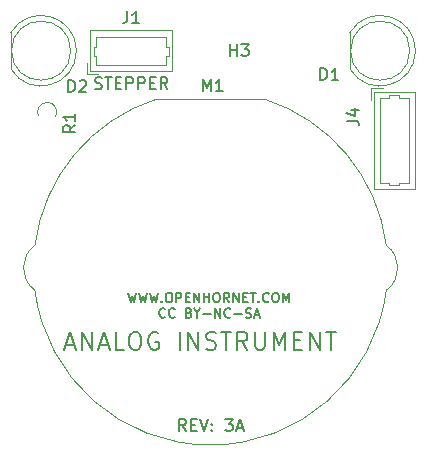
<source format=gbr>
%TF.GenerationSoftware,KiCad,Pcbnew,(6.0.7-1)-1*%
%TF.CreationDate,2023-10-29T12:13:08+10:00*%
%TF.ProjectId,GAUGE_Analog Instruments,47415547-455f-4416-9e61-6c6f6720496e,rev?*%
%TF.SameCoordinates,Original*%
%TF.FileFunction,Legend,Top*%
%TF.FilePolarity,Positive*%
%FSLAX46Y46*%
G04 Gerber Fmt 4.6, Leading zero omitted, Abs format (unit mm)*
G04 Created by KiCad (PCBNEW (6.0.7-1)-1) date 2023-10-29 12:13:08*
%MOMM*%
%LPD*%
G01*
G04 APERTURE LIST*
%ADD10C,0.150000*%
%ADD11C,0.200000*%
%ADD12C,0.100000*%
%ADD13C,0.120000*%
G04 APERTURE END LIST*
D10*
X177842527Y-110686954D02*
X177509194Y-110210764D01*
X177271099Y-110686954D02*
X177271099Y-109686954D01*
X177652051Y-109686954D01*
X177747289Y-109734574D01*
X177794908Y-109782193D01*
X177842527Y-109877431D01*
X177842527Y-110020288D01*
X177794908Y-110115526D01*
X177747289Y-110163145D01*
X177652051Y-110210764D01*
X177271099Y-110210764D01*
X178271099Y-110163145D02*
X178604432Y-110163145D01*
X178747289Y-110686954D02*
X178271099Y-110686954D01*
X178271099Y-109686954D01*
X178747289Y-109686954D01*
X179033004Y-109686954D02*
X179366337Y-110686954D01*
X179699670Y-109686954D01*
X180033004Y-110591716D02*
X180080623Y-110639335D01*
X180033004Y-110686954D01*
X179985385Y-110639335D01*
X180033004Y-110591716D01*
X180033004Y-110686954D01*
X180033004Y-110067907D02*
X180080623Y-110115526D01*
X180033004Y-110163145D01*
X179985385Y-110115526D01*
X180033004Y-110067907D01*
X180033004Y-110163145D01*
X181175861Y-109686954D02*
X181794908Y-109686954D01*
X181461575Y-110067907D01*
X181604432Y-110067907D01*
X181699670Y-110115526D01*
X181747289Y-110163145D01*
X181794908Y-110258383D01*
X181794908Y-110496478D01*
X181747289Y-110591716D01*
X181699670Y-110639335D01*
X181604432Y-110686954D01*
X181318718Y-110686954D01*
X181223480Y-110639335D01*
X181175861Y-110591716D01*
X182175861Y-110401240D02*
X182652051Y-110401240D01*
X182080623Y-110686954D02*
X182413956Y-109686954D01*
X182747289Y-110686954D01*
X172977419Y-98992478D02*
X173167895Y-99792478D01*
X173320276Y-99221050D01*
X173472657Y-99792478D01*
X173663134Y-98992478D01*
X173891705Y-98992478D02*
X174082181Y-99792478D01*
X174234562Y-99221050D01*
X174386943Y-99792478D01*
X174577419Y-98992478D01*
X174805991Y-98992478D02*
X174996467Y-99792478D01*
X175148848Y-99221050D01*
X175301229Y-99792478D01*
X175491705Y-98992478D01*
X175796467Y-99716288D02*
X175834562Y-99754383D01*
X175796467Y-99792478D01*
X175758372Y-99754383D01*
X175796467Y-99716288D01*
X175796467Y-99792478D01*
X176329800Y-98992478D02*
X176482181Y-98992478D01*
X176558372Y-99030574D01*
X176634562Y-99106764D01*
X176672657Y-99259145D01*
X176672657Y-99525812D01*
X176634562Y-99678193D01*
X176558372Y-99754383D01*
X176482181Y-99792478D01*
X176329800Y-99792478D01*
X176253610Y-99754383D01*
X176177419Y-99678193D01*
X176139324Y-99525812D01*
X176139324Y-99259145D01*
X176177419Y-99106764D01*
X176253610Y-99030574D01*
X176329800Y-98992478D01*
X177015515Y-99792478D02*
X177015515Y-98992478D01*
X177320276Y-98992478D01*
X177396467Y-99030574D01*
X177434562Y-99068669D01*
X177472657Y-99144859D01*
X177472657Y-99259145D01*
X177434562Y-99335335D01*
X177396467Y-99373431D01*
X177320276Y-99411526D01*
X177015515Y-99411526D01*
X177815515Y-99373431D02*
X178082181Y-99373431D01*
X178196467Y-99792478D02*
X177815515Y-99792478D01*
X177815515Y-98992478D01*
X178196467Y-98992478D01*
X178539324Y-99792478D02*
X178539324Y-98992478D01*
X178996467Y-99792478D01*
X178996467Y-98992478D01*
X179377419Y-99792478D02*
X179377419Y-98992478D01*
X179377419Y-99373431D02*
X179834562Y-99373431D01*
X179834562Y-99792478D02*
X179834562Y-98992478D01*
X180367895Y-98992478D02*
X180520276Y-98992478D01*
X180596467Y-99030574D01*
X180672657Y-99106764D01*
X180710753Y-99259145D01*
X180710753Y-99525812D01*
X180672657Y-99678193D01*
X180596467Y-99754383D01*
X180520276Y-99792478D01*
X180367895Y-99792478D01*
X180291705Y-99754383D01*
X180215515Y-99678193D01*
X180177419Y-99525812D01*
X180177419Y-99259145D01*
X180215515Y-99106764D01*
X180291705Y-99030574D01*
X180367895Y-98992478D01*
X181510753Y-99792478D02*
X181244086Y-99411526D01*
X181053610Y-99792478D02*
X181053610Y-98992478D01*
X181358372Y-98992478D01*
X181434562Y-99030574D01*
X181472657Y-99068669D01*
X181510753Y-99144859D01*
X181510753Y-99259145D01*
X181472657Y-99335335D01*
X181434562Y-99373431D01*
X181358372Y-99411526D01*
X181053610Y-99411526D01*
X181853610Y-99792478D02*
X181853610Y-98992478D01*
X182310753Y-99792478D01*
X182310753Y-98992478D01*
X182691705Y-99373431D02*
X182958372Y-99373431D01*
X183072657Y-99792478D02*
X182691705Y-99792478D01*
X182691705Y-98992478D01*
X183072657Y-98992478D01*
X183301229Y-98992478D02*
X183758372Y-98992478D01*
X183529800Y-99792478D02*
X183529800Y-98992478D01*
X184025038Y-99716288D02*
X184063134Y-99754383D01*
X184025038Y-99792478D01*
X183986943Y-99754383D01*
X184025038Y-99716288D01*
X184025038Y-99792478D01*
X184863134Y-99716288D02*
X184825038Y-99754383D01*
X184710753Y-99792478D01*
X184634562Y-99792478D01*
X184520276Y-99754383D01*
X184444086Y-99678193D01*
X184405991Y-99602002D01*
X184367895Y-99449621D01*
X184367895Y-99335335D01*
X184405991Y-99182954D01*
X184444086Y-99106764D01*
X184520276Y-99030574D01*
X184634562Y-98992478D01*
X184710753Y-98992478D01*
X184825038Y-99030574D01*
X184863134Y-99068669D01*
X185358372Y-98992478D02*
X185510753Y-98992478D01*
X185586943Y-99030574D01*
X185663134Y-99106764D01*
X185701229Y-99259145D01*
X185701229Y-99525812D01*
X185663134Y-99678193D01*
X185586943Y-99754383D01*
X185510753Y-99792478D01*
X185358372Y-99792478D01*
X185282181Y-99754383D01*
X185205991Y-99678193D01*
X185167895Y-99525812D01*
X185167895Y-99259145D01*
X185205991Y-99106764D01*
X185282181Y-99030574D01*
X185358372Y-98992478D01*
X186044086Y-99792478D02*
X186044086Y-98992478D01*
X186310753Y-99563907D01*
X186577419Y-98992478D01*
X186577419Y-99792478D01*
X176082181Y-101004288D02*
X176044086Y-101042383D01*
X175929800Y-101080478D01*
X175853610Y-101080478D01*
X175739324Y-101042383D01*
X175663134Y-100966193D01*
X175625038Y-100890002D01*
X175586943Y-100737621D01*
X175586943Y-100623335D01*
X175625038Y-100470954D01*
X175663134Y-100394764D01*
X175739324Y-100318574D01*
X175853610Y-100280478D01*
X175929800Y-100280478D01*
X176044086Y-100318574D01*
X176082181Y-100356669D01*
X176882181Y-101004288D02*
X176844086Y-101042383D01*
X176729800Y-101080478D01*
X176653610Y-101080478D01*
X176539324Y-101042383D01*
X176463134Y-100966193D01*
X176425038Y-100890002D01*
X176386943Y-100737621D01*
X176386943Y-100623335D01*
X176425038Y-100470954D01*
X176463134Y-100394764D01*
X176539324Y-100318574D01*
X176653610Y-100280478D01*
X176729800Y-100280478D01*
X176844086Y-100318574D01*
X176882181Y-100356669D01*
X178101229Y-100661431D02*
X178215515Y-100699526D01*
X178253610Y-100737621D01*
X178291705Y-100813812D01*
X178291705Y-100928097D01*
X178253610Y-101004288D01*
X178215515Y-101042383D01*
X178139324Y-101080478D01*
X177834562Y-101080478D01*
X177834562Y-100280478D01*
X178101229Y-100280478D01*
X178177419Y-100318574D01*
X178215515Y-100356669D01*
X178253610Y-100432859D01*
X178253610Y-100509050D01*
X178215515Y-100585240D01*
X178177419Y-100623335D01*
X178101229Y-100661431D01*
X177834562Y-100661431D01*
X178786943Y-100699526D02*
X178786943Y-101080478D01*
X178520276Y-100280478D02*
X178786943Y-100699526D01*
X179053610Y-100280478D01*
X179320276Y-100775716D02*
X179929800Y-100775716D01*
X180310753Y-101080478D02*
X180310753Y-100280478D01*
X180767895Y-101080478D01*
X180767895Y-100280478D01*
X181605991Y-101004288D02*
X181567895Y-101042383D01*
X181453610Y-101080478D01*
X181377419Y-101080478D01*
X181263134Y-101042383D01*
X181186943Y-100966193D01*
X181148848Y-100890002D01*
X181110753Y-100737621D01*
X181110753Y-100623335D01*
X181148848Y-100470954D01*
X181186943Y-100394764D01*
X181263134Y-100318574D01*
X181377419Y-100280478D01*
X181453610Y-100280478D01*
X181567895Y-100318574D01*
X181605991Y-100356669D01*
X181948848Y-100775716D02*
X182558372Y-100775716D01*
X182901229Y-101042383D02*
X183015515Y-101080478D01*
X183205991Y-101080478D01*
X183282181Y-101042383D01*
X183320276Y-101004288D01*
X183358372Y-100928097D01*
X183358372Y-100851907D01*
X183320276Y-100775716D01*
X183282181Y-100737621D01*
X183205991Y-100699526D01*
X183053610Y-100661431D01*
X182977419Y-100623335D01*
X182939324Y-100585240D01*
X182901229Y-100509050D01*
X182901229Y-100432859D01*
X182939324Y-100356669D01*
X182977419Y-100318574D01*
X183053610Y-100280478D01*
X183244086Y-100280478D01*
X183358372Y-100318574D01*
X183663134Y-100851907D02*
X184044086Y-100851907D01*
X183586943Y-101080478D02*
X183853610Y-100280478D01*
X184120276Y-101080478D01*
D11*
X167696372Y-103372574D02*
X168410657Y-103372574D01*
X167553515Y-103801145D02*
X168053515Y-102301145D01*
X168553515Y-103801145D01*
X169053515Y-103801145D02*
X169053515Y-102301145D01*
X169910657Y-103801145D01*
X169910657Y-102301145D01*
X170553515Y-103372574D02*
X171267800Y-103372574D01*
X170410657Y-103801145D02*
X170910657Y-102301145D01*
X171410657Y-103801145D01*
X172624943Y-103801145D02*
X171910657Y-103801145D01*
X171910657Y-102301145D01*
X173410657Y-102301145D02*
X173696372Y-102301145D01*
X173839229Y-102372574D01*
X173982086Y-102515431D01*
X174053515Y-102801145D01*
X174053515Y-103301145D01*
X173982086Y-103586859D01*
X173839229Y-103729716D01*
X173696372Y-103801145D01*
X173410657Y-103801145D01*
X173267800Y-103729716D01*
X173124943Y-103586859D01*
X173053515Y-103301145D01*
X173053515Y-102801145D01*
X173124943Y-102515431D01*
X173267800Y-102372574D01*
X173410657Y-102301145D01*
X175482086Y-102372574D02*
X175339229Y-102301145D01*
X175124943Y-102301145D01*
X174910657Y-102372574D01*
X174767800Y-102515431D01*
X174696372Y-102658288D01*
X174624943Y-102944002D01*
X174624943Y-103158288D01*
X174696372Y-103444002D01*
X174767800Y-103586859D01*
X174910657Y-103729716D01*
X175124943Y-103801145D01*
X175267800Y-103801145D01*
X175482086Y-103729716D01*
X175553515Y-103658288D01*
X175553515Y-103158288D01*
X175267800Y-103158288D01*
X177339229Y-103801145D02*
X177339229Y-102301145D01*
X178053515Y-103801145D02*
X178053515Y-102301145D01*
X178910657Y-103801145D01*
X178910657Y-102301145D01*
X179553515Y-103729716D02*
X179767800Y-103801145D01*
X180124943Y-103801145D01*
X180267800Y-103729716D01*
X180339229Y-103658288D01*
X180410657Y-103515431D01*
X180410657Y-103372574D01*
X180339229Y-103229716D01*
X180267800Y-103158288D01*
X180124943Y-103086859D01*
X179839229Y-103015431D01*
X179696372Y-102944002D01*
X179624943Y-102872574D01*
X179553515Y-102729716D01*
X179553515Y-102586859D01*
X179624943Y-102444002D01*
X179696372Y-102372574D01*
X179839229Y-102301145D01*
X180196372Y-102301145D01*
X180410657Y-102372574D01*
X180839229Y-102301145D02*
X181696372Y-102301145D01*
X181267800Y-103801145D02*
X181267800Y-102301145D01*
X183053515Y-103801145D02*
X182553515Y-103086859D01*
X182196372Y-103801145D02*
X182196372Y-102301145D01*
X182767800Y-102301145D01*
X182910657Y-102372574D01*
X182982086Y-102444002D01*
X183053515Y-102586859D01*
X183053515Y-102801145D01*
X182982086Y-102944002D01*
X182910657Y-103015431D01*
X182767800Y-103086859D01*
X182196372Y-103086859D01*
X183696372Y-102301145D02*
X183696372Y-103515431D01*
X183767800Y-103658288D01*
X183839229Y-103729716D01*
X183982086Y-103801145D01*
X184267800Y-103801145D01*
X184410657Y-103729716D01*
X184482086Y-103658288D01*
X184553515Y-103515431D01*
X184553515Y-102301145D01*
X185267800Y-103801145D02*
X185267800Y-102301145D01*
X185767800Y-103372574D01*
X186267800Y-102301145D01*
X186267800Y-103801145D01*
X186982086Y-103015431D02*
X187482086Y-103015431D01*
X187696372Y-103801145D02*
X186982086Y-103801145D01*
X186982086Y-102301145D01*
X187696372Y-102301145D01*
X188339229Y-103801145D02*
X188339229Y-102301145D01*
X189196372Y-103801145D01*
X189196372Y-102301145D01*
X189696372Y-102301145D02*
X190553515Y-102301145D01*
X190124943Y-103801145D02*
X190124943Y-102301145D01*
D10*
%TO.C,H3*%
X181593644Y-78936980D02*
X181593644Y-77936980D01*
X181593644Y-78413171D02*
X182165072Y-78413171D01*
X182165072Y-78936980D02*
X182165072Y-77936980D01*
X182546025Y-77936980D02*
X183165072Y-77936980D01*
X182831739Y-78317933D01*
X182974596Y-78317933D01*
X183069834Y-78365552D01*
X183117453Y-78413171D01*
X183165072Y-78508409D01*
X183165072Y-78746504D01*
X183117453Y-78841742D01*
X183069834Y-78889361D01*
X182974596Y-78936980D01*
X182688882Y-78936980D01*
X182593644Y-78889361D01*
X182546025Y-78841742D01*
%TO.C,M1*%
X179293276Y-81920380D02*
X179293276Y-80920380D01*
X179626609Y-81634666D01*
X179959942Y-80920380D01*
X179959942Y-81920380D01*
X180959942Y-81920380D02*
X180388514Y-81920380D01*
X180674228Y-81920380D02*
X180674228Y-80920380D01*
X180578990Y-81063238D01*
X180483752Y-81158476D01*
X180388514Y-81206095D01*
%TO.C,J1*%
X172883166Y-75136980D02*
X172883166Y-75851266D01*
X172835547Y-75994123D01*
X172740309Y-76089361D01*
X172597452Y-76136980D01*
X172502214Y-76136980D01*
X173883166Y-76136980D02*
X173311738Y-76136980D01*
X173597452Y-76136980D02*
X173597452Y-75136980D01*
X173502214Y-75279838D01*
X173406976Y-75375076D01*
X173311738Y-75422695D01*
X170145071Y-81689361D02*
X170287928Y-81736980D01*
X170526023Y-81736980D01*
X170621261Y-81689361D01*
X170668880Y-81641742D01*
X170716500Y-81546504D01*
X170716500Y-81451266D01*
X170668880Y-81356028D01*
X170621261Y-81308409D01*
X170526023Y-81260790D01*
X170335547Y-81213171D01*
X170240309Y-81165552D01*
X170192690Y-81117933D01*
X170145071Y-81022695D01*
X170145071Y-80927457D01*
X170192690Y-80832219D01*
X170240309Y-80784600D01*
X170335547Y-80736980D01*
X170573642Y-80736980D01*
X170716500Y-80784600D01*
X171002214Y-80736980D02*
X171573642Y-80736980D01*
X171287928Y-81736980D02*
X171287928Y-80736980D01*
X171906976Y-81213171D02*
X172240309Y-81213171D01*
X172383166Y-81736980D02*
X171906976Y-81736980D01*
X171906976Y-80736980D01*
X172383166Y-80736980D01*
X172811738Y-81736980D02*
X172811738Y-80736980D01*
X173192690Y-80736980D01*
X173287928Y-80784600D01*
X173335547Y-80832219D01*
X173383166Y-80927457D01*
X173383166Y-81070314D01*
X173335547Y-81165552D01*
X173287928Y-81213171D01*
X173192690Y-81260790D01*
X172811738Y-81260790D01*
X173811738Y-81736980D02*
X173811738Y-80736980D01*
X174192690Y-80736980D01*
X174287928Y-80784600D01*
X174335547Y-80832219D01*
X174383166Y-80927457D01*
X174383166Y-81070314D01*
X174335547Y-81165552D01*
X174287928Y-81213171D01*
X174192690Y-81260790D01*
X173811738Y-81260790D01*
X174811738Y-81213171D02*
X175145071Y-81213171D01*
X175287928Y-81736980D02*
X174811738Y-81736980D01*
X174811738Y-80736980D01*
X175287928Y-80736980D01*
X176287928Y-81736980D02*
X175954595Y-81260790D01*
X175716500Y-81736980D02*
X175716500Y-80736980D01*
X176097452Y-80736980D01*
X176192690Y-80784600D01*
X176240309Y-80832219D01*
X176287928Y-80927457D01*
X176287928Y-81070314D01*
X176240309Y-81165552D01*
X176192690Y-81213171D01*
X176097452Y-81260790D01*
X175716500Y-81260790D01*
%TO.C,R1*%
X168471880Y-84792266D02*
X167995690Y-85125600D01*
X168471880Y-85363695D02*
X167471880Y-85363695D01*
X167471880Y-84982742D01*
X167519500Y-84887504D01*
X167567119Y-84839885D01*
X167662357Y-84792266D01*
X167805214Y-84792266D01*
X167900452Y-84839885D01*
X167948071Y-84887504D01*
X167995690Y-84982742D01*
X167995690Y-85363695D01*
X168471880Y-83839885D02*
X168471880Y-84411314D01*
X168471880Y-84125600D02*
X167471880Y-84125600D01*
X167614738Y-84220838D01*
X167709976Y-84316076D01*
X167757595Y-84411314D01*
%TO.C,D2*%
X167901404Y-81984980D02*
X167901404Y-80984980D01*
X168139500Y-80984980D01*
X168282357Y-81032600D01*
X168377595Y-81127838D01*
X168425214Y-81223076D01*
X168472833Y-81413552D01*
X168472833Y-81556409D01*
X168425214Y-81746885D01*
X168377595Y-81842123D01*
X168282357Y-81937361D01*
X168139500Y-81984980D01*
X167901404Y-81984980D01*
X168853785Y-81080219D02*
X168901404Y-81032600D01*
X168996642Y-80984980D01*
X169234738Y-80984980D01*
X169329976Y-81032600D01*
X169377595Y-81080219D01*
X169425214Y-81175457D01*
X169425214Y-81270695D01*
X169377595Y-81413552D01*
X168806166Y-81984980D01*
X169425214Y-81984980D01*
%TO.C,D1*%
X189237419Y-80968954D02*
X189237419Y-79968954D01*
X189475515Y-79968954D01*
X189618372Y-80016574D01*
X189713610Y-80111812D01*
X189761229Y-80207050D01*
X189808848Y-80397526D01*
X189808848Y-80540383D01*
X189761229Y-80730859D01*
X189713610Y-80826097D01*
X189618372Y-80921335D01*
X189475515Y-80968954D01*
X189237419Y-80968954D01*
X190761229Y-80968954D02*
X190189800Y-80968954D01*
X190475515Y-80968954D02*
X190475515Y-79968954D01*
X190380276Y-80111812D01*
X190285038Y-80207050D01*
X190189800Y-80254669D01*
%TO.C,J4*%
X191459880Y-84405933D02*
X192174166Y-84405933D01*
X192317023Y-84453552D01*
X192412261Y-84548790D01*
X192459880Y-84691647D01*
X192459880Y-84786885D01*
X191793214Y-83501171D02*
X192459880Y-83501171D01*
X191412261Y-83739266D02*
X192126547Y-83977361D01*
X192126547Y-83358314D01*
D12*
%TO.C,M1*%
X175409004Y-82568000D02*
X184466596Y-82568000D01*
X194816596Y-94964997D02*
G75*
G03*
X184476198Y-82571045I-14878797J-1903004D01*
G01*
X165059004Y-94964997D02*
G75*
G03*
X165060646Y-98772192I1378795J-1903003D01*
G01*
X165059004Y-98771003D02*
G75*
G03*
X194815836Y-98776935I14878796J1903003D01*
G01*
X175409004Y-82568000D02*
G75*
G03*
X165060286Y-94955006I4528794J-14299998D01*
G01*
X194816596Y-98771003D02*
G75*
G03*
X194814954Y-94963808I-1378796J1903003D01*
G01*
D13*
%TO.C,J1*%
X176186500Y-78134600D02*
X176186500Y-77284600D01*
X169436500Y-80484600D02*
X169436500Y-79484600D01*
X176386500Y-78134600D02*
X176186500Y-78134600D01*
X170236500Y-77284600D02*
X173211500Y-77284600D01*
X170236500Y-78134600D02*
X170236500Y-77284600D01*
X173211500Y-79684600D02*
X170236500Y-79684600D01*
X169726500Y-76774600D02*
X169726500Y-80194600D01*
X173211500Y-79684600D02*
X176186500Y-79684600D01*
X176186500Y-79684600D02*
X176186500Y-78934600D01*
X169436500Y-80484600D02*
X170436500Y-80484600D01*
X176186500Y-77284600D02*
X173211500Y-77284600D01*
X170236500Y-78934600D02*
X170036500Y-78934600D01*
X176186500Y-78934600D02*
X176386500Y-78934600D01*
X170236500Y-79684600D02*
X170236500Y-78934600D01*
X176696500Y-76774600D02*
X169726500Y-76774600D01*
X169726500Y-80194600D02*
X176696500Y-80194600D01*
X170036500Y-78134600D02*
X170236500Y-78134600D01*
X176696500Y-80194600D02*
X176696500Y-76774600D01*
X170036500Y-78934600D02*
X170036500Y-78134600D01*
X176386500Y-78934600D02*
X176386500Y-78134600D01*
%TO.C,R1*%
X166799500Y-84092733D02*
G75*
G03*
X165350141Y-83995695I-700000J417133D01*
G01*
%TO.C,D2*%
X163026500Y-76939600D02*
X163026500Y-80029600D01*
X168576500Y-78485062D02*
G75*
G03*
X163026500Y-76939770I-2990000J462D01*
G01*
X163026500Y-80029430D02*
G75*
G03*
X168576500Y-78484138I2560000J1544830D01*
G01*
X168086500Y-78484600D02*
G75*
G03*
X168086500Y-78484600I-2500000J0D01*
G01*
%TO.C,D1*%
X191733500Y-76939600D02*
X191733500Y-80029600D01*
X197283500Y-78485062D02*
G75*
G03*
X191733500Y-76939770I-2990000J462D01*
G01*
X191733500Y-80029430D02*
G75*
G03*
X197283500Y-78484138I2560000J1544830D01*
G01*
X196793500Y-78484600D02*
G75*
G03*
X196793500Y-78484600I-2500000J0D01*
G01*
%TO.C,J4*%
X195055500Y-82464600D02*
X195055500Y-82264600D01*
X195055500Y-82264600D02*
X195855500Y-82264600D01*
X193505500Y-81664600D02*
X193505500Y-82664600D01*
X193505500Y-81664600D02*
X194505500Y-81664600D01*
X196705500Y-89664600D02*
X196705500Y-86064600D01*
X194305500Y-86064600D02*
X194305500Y-89664600D01*
X197215500Y-81954600D02*
X193795500Y-81954600D01*
X193795500Y-90174600D02*
X197215500Y-90174600D01*
X194305500Y-89664600D02*
X195055500Y-89664600D01*
X197215500Y-90174600D02*
X197215500Y-81954600D01*
X194305500Y-86064600D02*
X194305500Y-82464600D01*
X193795500Y-81954600D02*
X193795500Y-90174600D01*
X195855500Y-89664600D02*
X196705500Y-89664600D01*
X195055500Y-89664600D02*
X195055500Y-89864600D01*
X194305500Y-82464600D02*
X195055500Y-82464600D01*
X195855500Y-89864600D02*
X195855500Y-89664600D01*
X195055500Y-89864600D02*
X195855500Y-89864600D01*
X195855500Y-82264600D02*
X195855500Y-82464600D01*
X196705500Y-82464600D02*
X196705500Y-86064600D01*
X195855500Y-82464600D02*
X196705500Y-82464600D01*
%TD*%
M02*

</source>
